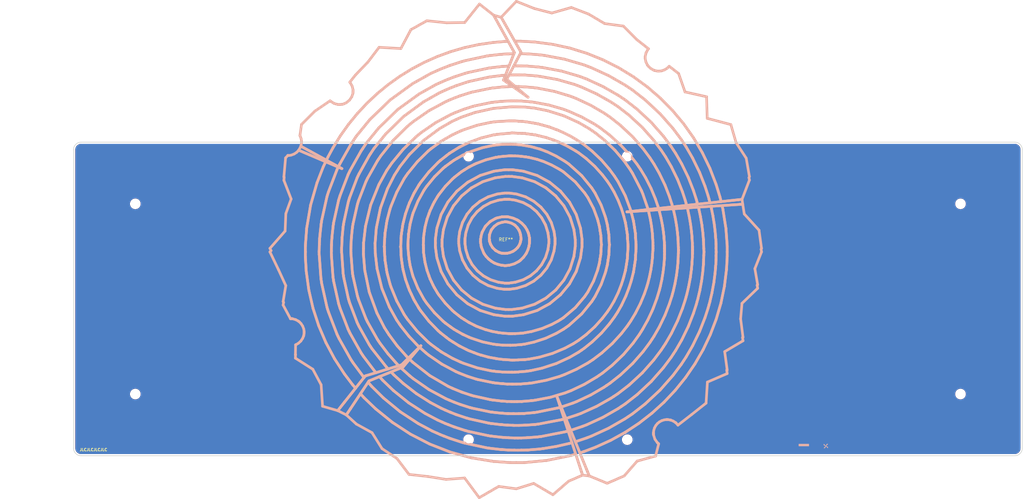
<source format=kicad_pcb>
(kicad_pcb (version 20211014) (generator pcbnew)
  (title_block (date "2021-11-18") (rev "1.5"))
  (layers (0 "F.Cu" signal) (31 "B.Cu" signal) (34 "B.Paste" user) (35 "F.Paste" user) (36 "B.SilkS" user "B.Silkscreen") (37 "F.SilkS" user "F.Silkscreen") (38 "B.Mask" user) (39 "F.Mask" user) (44 "Edge.Cuts" user))
  (net 0 "")
  (footprint "lumberjack:wood" (layer "F.Cu") (at 139.779375 84.058125)
    (fp_text reference "REF**" (at 0 0.5) (layer "F.SilkS"))
    (fp_text value "Wood")
  )
  (footprint "MountingHole:MountingHole_2.2mm_M2" (layer "F.Cu") (at 28.574968 73.81875)
    (fp_text reference "" (at 0 -3.2) (layer "F.SilkS"))
    (fp_text value "M2")
    (pad "" np_thru_hole circle locked (at 0 0) (size 2.2 2.2) (drill 2.2) (layers *.Cu *.Mask))
  )
  (footprint "MountingHole:MountingHole_2.2mm_M2" (layer "F.Cu") (at 276.225224 73.818804)
    (fp_text reference "" (at 0 -3.2) (layer "F.SilkS"))
    (fp_text value "M2")
    (pad "" np_thru_hole circle locked (at 0 0) (size 2.2 2.2) (drill 2.2) (layers *.Cu *.Mask))
  )
  (footprint "MountingHole:MountingHole_2.2mm_M2" (layer "F.Cu") (at 28.575016 130.968852)
    (fp_text reference "" (at 0 -3.2) (layer "F.SilkS"))
    (fp_text value "M2")
    (pad "" np_thru_hole circle locked (at 0 0) (size 2.2 2.2) (drill 2.2) (layers *.Cu *.Mask))
  )
  (footprint "MountingHole:MountingHole_2.2mm_M2" (layer "F.Cu") (at 276.225224 130.968852)
    (fp_text reference "" (at 0 -3.2) (layer "F.SilkS"))
    (fp_text value "M2")
    (pad "" np_thru_hole circle locked (at 0 0) (size 2.2 2.2) (drill 2.2) (layers *.Cu *.Mask))
  )
  (footprint "" (layer "F.Cu") (at 176.212648 59.5313)
    (fp_text reference "" (at 0 0) (layer "F.SilkS") (effects (font (size 1.27 1.27))))
    (fp_text value "" (at 0 0) (layer "F.SilkS") (effects (font (size 1.27 1.27))))
    (pad "" np_thru_hole circle locked (at 0 0) (size 2.2 2.2) (drill 2.2) (layers *.Cu *.Mask))
  )
  (footprint "" (layer "F.Cu") (at 128.587608 59.5313)
    (fp_text reference "" (at 0 0) (layer "F.SilkS") (effects (font (size 1.27 1.27))))
    (fp_text value "" (at 0 0) (layer "F.SilkS") (effects (font (size 1.27 1.27))))
    (pad "" np_thru_hole circle locked (at 0 0) (size 2.2 2.2) (drill 2.2) (layers *.Cu *.Mask))
  )
  (footprint "" (layer "F.Cu") (at 128.587608 144.661059)
    (fp_text reference "" (at 0 0) (layer "F.SilkS") (effects (font (size 1.27 1.27))))
    (fp_text value "" (at 0 0) (layer "F.SilkS") (effects (font (size 1.27 1.27))))
    (pad "" np_thru_hole circle locked (at 0 0) (size 2.2 2.2) (drill 2.2) (layers *.Cu *.Mask))
  )
  (footprint "" (layer "F.Cu") (at 176.212648 144.661059)
    (fp_text reference "" (at 0 0) (layer "F.SilkS") (effects (font (size 1.27 1.27))))
    (fp_text value "" (at 0 0) (layer "F.SilkS") (effects (font (size 1.27 1.27))))
    (pad "" np_thru_hole circle locked (at 0 0) (size 2.2 2.2) (drill 2.2) (layers *.Cu *.Mask))
  )
  (footprint "lumberjack:OSHW" (layer "B.Cu") (at 260.5659 100.20935 180)
    (fp_text reference "REF**" hide)
    (fp_text value "OSHW" hide)
  )
  (footprint "lumberjack:Lumberjack" (layer "B.Cu") (at 241.5159 100.20935 180)
    (fp_text reference "REF**" hide)
    (fp_text value "Lumberjack")
  )
  (footprint "lumberjack:Flags" (layer "B.Cu") (at 229.314375 146.685 180)
    (fp_text reference "REF**" hide)
    (fp_text value "flags")
  )
  (gr_line (start 294.75 147.24375) (end 294.75 57.54375) (layer "Edge.Cuts") (width 0.2))
  (gr_line (start 292.5 149.49375) (end 12.3 149.49375) (layer "Edge.Cuts") (width 0.2))
  (gr_arc (start 10.05 57.54375) (mid 10.70901 55.95276) (end 12.3 55.29375) (layer "Edge.Cuts") (width 0.2))
  (gr_line (start 292.5 55.29375) (end 12.3 55.29375) (layer "Edge.Cuts") (width 0.2))
  (gr_line (start 10.05 147.24375) (end 10.05 57.54375) (layer "Edge.Cuts") (width 0.2))
  (gr_arc (start 292.5 55.29375) (mid 294.09099 55.95276) (end 294.75 57.54375) (layer "Edge.Cuts") (width 0.2))
  (gr_arc (start 294.75 147.24375) (mid 294.09099 148.83474) (end 292.5 149.49375) (layer "Edge.Cuts") (width 0.2))
  (gr_arc (start 12.3 149.49375) (mid 10.70901 148.83474) (end 10.05 147.24375) (layer "Edge.Cuts") (width 0.2))
  (gr_text "JLCJLCJLCJLC" (at 11.7602 147.6883) (layer "F.SilkS") (effects (font (size 0.8 0.8) (thickness 0.2)) (justify left)))
  (zone (net 0) (net_name "") (layer "F.Cu") (connect_pads (clearance 0.508)) (min_thickness 0.254) (fill yes (thermal_gap 0.508) (thermal_bridge_width 0.508))
    (polygon (pts (xy 10.120321 54.768796) (xy 294.679935 54.768796) (xy 294.679935 149.423563) (xy 10.120321 149.423563)))
  )
  (zone (net 0) (net_name "") (layer "B.Cu") (connect_pads (clearance 0.508)) (min_thickness 0.254) (fill yes (thermal_gap 0.508) (thermal_bridge_width 0.508))
    (polygon (pts (xy 10.120321 54.768796) (xy 294.679935 54.768796) (xy 294.679935 149.423563) (xy 10.120321 149.423563)))
  )
)
</source>
